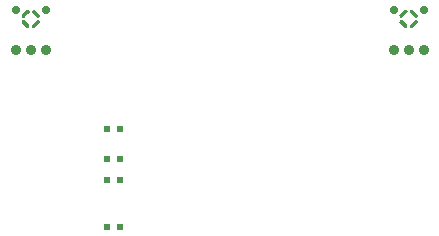
<source format=gbr>
G04 #@! TF.GenerationSoftware,KiCad,Pcbnew,(5.0.1-3-g963ef8bb5)*
G04 #@! TF.CreationDate,2019-01-09T17:43:23-05:00*
G04 #@! TF.ProjectId,Tympan_AIC_Shield,54796D70616E5F4149435F536869656C,rev?*
G04 #@! TF.SameCoordinates,PX6d878d0PY5279480*
G04 #@! TF.FileFunction,Paste,Bot*
G04 #@! TF.FilePolarity,Positive*
%FSLAX46Y46*%
G04 Gerber Fmt 4.6, Leading zero omitted, Abs format (unit mm)*
G04 Created by KiCad (PCBNEW (5.0.1-3-g963ef8bb5)) date Wednesday, January 09, 2019 at 05:43:23 PM*
%MOMM*%
%LPD*%
G01*
G04 APERTURE LIST*
%ADD10C,0.300000*%
%ADD11R,0.600000X0.500000*%
%ADD12C,0.900000*%
%ADD13C,0.700000*%
G04 APERTURE END LIST*
D10*
G04 #@! TO.C,MIC2*
X3615183Y21238370D02*
G75*
G02X3250000Y20880000I-615183J261630D01*
G01*
X2738370Y20884817D02*
G75*
G02X2380000Y21250000I261630J615183D01*
G01*
X2384817Y21761630D02*
G75*
G02X2750000Y22120000I615183J-261630D01*
G01*
X3261630Y22115183D02*
G75*
G02X3620000Y21750000I-261630J-615183D01*
G01*
G04 #@! TO.C,MIC1*
X35615183Y21238370D02*
G75*
G02X35250000Y20880000I-615183J261630D01*
G01*
X34738370Y20884817D02*
G75*
G02X34380000Y21250000I261630J615183D01*
G01*
X34384817Y21761630D02*
G75*
G02X34750000Y22120000I615183J-261630D01*
G01*
X35261630Y22115183D02*
G75*
G02X35620000Y21750000I-261630J-615183D01*
G01*
G04 #@! TD*
D11*
G04 #@! TO.C,C23*
X10550000Y12175000D03*
X9450000Y12175000D03*
G04 #@! TD*
G04 #@! TO.C,C24*
X10550000Y9650000D03*
X9450000Y9650000D03*
G04 #@! TD*
G04 #@! TO.C,C25*
X10550000Y7825000D03*
X9450000Y7825000D03*
G04 #@! TD*
G04 #@! TO.C,C26*
X10550000Y3850000D03*
X9450000Y3850000D03*
G04 #@! TD*
D12*
G04 #@! TO.C,MIC2*
X1735000Y18884000D03*
X3000000Y18884000D03*
X4265000Y18884000D03*
D13*
X1735000Y22290000D03*
X4265000Y22290000D03*
G04 #@! TD*
D12*
G04 #@! TO.C,MIC1*
X33735000Y18884000D03*
X35000000Y18884000D03*
X36265000Y18884000D03*
D13*
X33735000Y22290000D03*
X36265000Y22290000D03*
G04 #@! TD*
M02*

</source>
